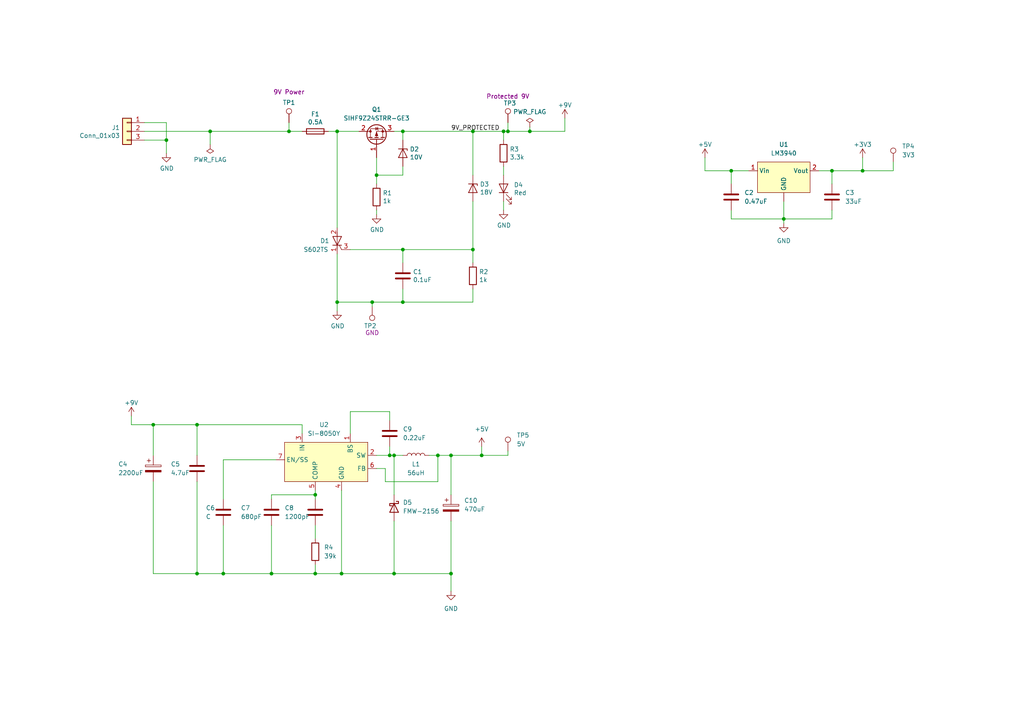
<source format=kicad_sch>
(kicad_sch (version 20211123) (generator eeschema)
  (paper "A4")
  (title_block (title "Power") (date "2023-02-15") (rev "1.0") (company "ECE 445") (comment 1 "Jeric Cuasay, Emily Grob, Rahul Kajjam"))
  (lib_symbols
    (symbol "Backpack_buddy_libraries:LM3940"
      (property "Reference" "U" (at 0 2.54 0))
      (property "Value" "LM3940" (at 0 0 0))
      (symbol "LM3940_0_1"
        (rectangle (start -7.62 -1.27) (end 7.62 -10.16) (fill (type background)))
      )
      (symbol "LM3940_1_1"
        (pin power_out line (at 0 -12.7 90) (length 2.54) (name "GND") (number ""))
        (pin power_in line (at -10.16 -3.81 0) (length 2.54) (name "Vin") (number "1"))
        (pin power_out line (at 10.16 -3.81 180) (length 2.54) (name "Vout") (number "2"))
      )
    )
    (symbol "Backpack_buddy_libraries:SI-8050Y"
      (property "Reference" "U" (at 0 2.54 0))
      (property "Value" "SI-8050Y" (at 0 0 0))
      (symbol "SI-8050Y_0_1"
        (rectangle (start -11.43 -3.81) (end 12.7 -15.24) (fill (type background)))
      )
      (symbol "SI-8050Y_1_1"
        (pin output line (at 7.62 -1.27 270) (length 2.54) (name "BS") (number "1"))
        (pin output line (at 15.24 -7.62 180) (length 2.54) (name "SW") (number "2"))
        (pin power_in line (at -6.35 -1.27 270) (length 2.54) (name "IN") (number "3"))
        (pin output line (at 5.08 -17.78 90) (length 2.54) (name "GND") (number "4"))
        (pin output line (at -2.54 -17.78 90) (length 2.54) (name "COMP") (number "5"))
        (pin output line (at 15.24 -11.43 180) (length 2.54) (name "FB") (number "6"))
        (pin passive line (at -13.97 -8.89 0) (length 2.54) (name "EN/SS") (number "7"))
      )
    )
    (symbol "Connector:TestPoint" (pin_numbers hide) (pin_names (offset 0.762) hide)
      (property "Reference" "TP" (at 0 6.858 0))
      (property "Value" "TestPoint" (at 0 5.08 0))
      (symbol "TestPoint_0_1"
        (circle (center 0 3.302) (radius 0.762))
      )
      (symbol "TestPoint_1_1"
        (pin passive line (at 0 0 90) (length 2.54) (name "1") (number "1"))
      )
    )
    (symbol "Connector_Generic:Conn_01x03" (pin_names (offset 1.016) hide)
      (property "Reference" "J" (at 0 5.08 0))
      (property "Value" "Conn_01x03" (at 0 -5.08 0))
      (symbol "Conn_01x03_1_1"
        (rectangle (start -1.27 -2.413) (end 0 -2.667) (stroke (width 0.1524)))
        (rectangle (start -1.27 0.127) (end 0 -0.127) (stroke (width 0.1524)))
        (rectangle (start -1.27 2.667) (end 0 2.413) (stroke (width 0.1524)))
        (rectangle (start -1.27 3.81) (end 1.27 -3.81) (stroke (width 0.254)) (fill (type background)))
        (pin passive line (at -5.08 2.54 0) (length 3.81) (name "Pin_1") (number "1"))
        (pin passive line (at -5.08 0 0) (length 3.81) (name "Pin_2") (number "2"))
        (pin passive line (at -5.08 -2.54 0) (length 3.81) (name "Pin_3") (number "3"))
      )
    )
    (symbol "Device:C" (pin_numbers hide) (pin_names (offset 0.254))
      (property "Reference" "C" (at 0.635 2.54 0))
      (property "Value" "C" (at 0.635 -2.54 0))
      (symbol "C_0_1"
        (polyline (pts (xy -2.032 -0.762) (xy 2.032 -0.762)) (stroke (width 0.508)))
        (polyline (pts (xy -2.032 0.762) (xy 2.032 0.762)) (stroke (width 0.508)))
      )
      (symbol "C_1_1"
        (pin passive line (at 0 3.81 270) (length 2.794) (name "~") (number "1"))
        (pin passive line (at 0 -3.81 90) (length 2.794) (name "~") (number "2"))
      )
    )
    (symbol "Device:C_Polarized" (pin_numbers hide) (pin_names (offset 0.254))
      (property "Reference" "C" (at 0.635 2.54 0))
      (property "Value" "C_Polarized" (at 0.635 -2.54 0))
      (symbol "C_Polarized_0_1"
        (rectangle (start -2.286 0.508) (end 2.286 1.016))
        (polyline (pts (xy -1.778 2.286) (xy -0.762 2.286)))
        (polyline (pts (xy -1.27 2.794) (xy -1.27 1.778)))
        (rectangle (start 2.286 -0.508) (end -2.286 -1.016) (fill (type outline)))
      )
      (symbol "C_Polarized_1_1"
        (pin passive line (at 0 3.81 270) (length 2.794) (name "~") (number "1"))
        (pin passive line (at 0 -3.81 90) (length 2.794) (name "~") (number "2"))
      )
    )
    (symbol "Device:D_Schottky" (pin_numbers hide) (pin_names (offset 1.016) hide)
      (property "Reference" "D" (at 0 2.54 0))
      (property "Value" "D_Schottky" (at 0 -2.54 0))
      (symbol "D_Schottky_0_1"
        (polyline (pts (xy 1.27 0) (xy -1.27 0)))
        (polyline (pts (xy 1.27 1.27) (xy 1.27 -1.27) (xy -1.27 0) (xy 1.27 1.27)) (stroke (width 0.254)))
        (polyline (pts (xy -1.905 0.635) (xy -1.905 1.27) (xy -1.27 1.27) (xy -1.27 -1.27) (xy -0.635 -1.27) (xy -0.635 -0.635)) (stroke (width 0.254)))
      )
      (symbol "D_Schottky_1_1"
        (pin passive line (at -3.81 0 0) (length 2.54) (name "K") (number "1"))
        (pin passive line (at 3.81 0 180) (length 2.54) (name "A") (number "2"))
      )
    )
    (symbol "Device:L" (pin_numbers hide) (pin_names (offset 1.016) hide)
      (property "Reference" "L" (at -1.27 0 90))
      (property "Value" "L" (at 1.905 0 90))
      (symbol "L_0_1"
        (arc (start 0 -2.54) (mid 0.635 -1.905) (end 0 -1.27))
        (arc (start 0 -1.27) (mid 0.635 -0.635) (end 0 0))
        (arc (start 0 0) (mid 0.635 0.635) (end 0 1.27))
        (arc (start 0 1.27) (mid 0.635 1.905) (end 0 2.54))
      )
      (symbol "L_1_1"
        (pin passive line (at 0 3.81 270) (length 1.27) (name "1") (number "1"))
        (pin passive line (at 0 -3.81 90) (length 1.27) (name "2") (number "2"))
      )
    )
    (symbol "Device:R" (pin_numbers hide) (pin_names (offset 0))
      (property "Reference" "R" (at 2.032 0 90))
      (property "Value" "R" (at 0 0 90))
      (symbol "R_0_1"
        (rectangle (start -1.016 -2.54) (end 1.016 2.54) (stroke (width 0.254)))
      )
      (symbol "R_1_1"
        (pin passive line (at 0 3.81 270) (length 1.27) (name "~") (number "1"))
        (pin passive line (at 0 -3.81 90) (length 1.27) (name "~") (number "2"))
      )
    )
    (symbol "GND_1" (power) (pin_names (offset 0))
      (property "Value" "GND_1" (at 0 -3.81 0))
      (symbol "GND_1_0_1"
        (polyline (pts (xy 0 0) (xy 0 -1.27) (xy 1.27 -1.27) (xy 0 -2.54) (xy -1.27 -1.27) (xy 0 -1.27)))
      )
      (symbol "GND_1_1_1"
        (pin power_in line (at 0 0 270) (length 0) hide (name "GND") (number "1"))
      )
    )
    (symbol "GND_2" (power) (pin_names (offset 0))
      (property "Value" "GND_2" (at 0 -3.81 0))
      (symbol "GND_2_0_1"
        (polyline (pts (xy 0 0) (xy 0 -1.27) (xy 1.27 -1.27) (xy 0 -2.54) (xy -1.27 -1.27) (xy 0 -1.27)))
      )
      (symbol "GND_2_1_1"
        (pin power_in line (at 0 0 270) (length 0) hide (name "GND") (number "1"))
      )
    )
    (symbol "device:C" (pin_numbers hide) (pin_names (offset 0.254))
      (property "Reference" "C" (at 0.635 2.54 0))
      (property "Value" "C" (at 0.635 -2.54 0))
      (symbol "C_0_1"
        (polyline (pts (xy -2.032 -0.762) (xy 2.032 -0.762)) (stroke (width 0.508)))
        (polyline (pts (xy -2.032 0.762) (xy 2.032 0.762)) (stroke (width 0.508)))
      )
      (symbol "C_1_1"
        (pin passive line (at 0 3.81 270) (length 2.794) (name "~") (number "1"))
        (pin passive line (at 0 -3.81 90) (length 2.794) (name "~") (number "2"))
      )
    )
    (symbol "device:D_Zener" (pin_numbers hide) (pin_names (offset 1.016) hide)
      (property "Reference" "D" (at 0 2.54 0))
      (property "Value" "D_Zener" (at 0 -2.54 0))
      (symbol "D_Zener_0_1"
        (polyline (pts (xy 1.27 0) (xy -1.27 0)))
        (polyline (pts (xy -1.27 -1.27) (xy -1.27 1.27) (xy -0.762 1.27)) (stroke (width 0.2032)))
        (polyline (pts (xy 1.27 -1.27) (xy 1.27 1.27) (xy -1.27 0) (xy 1.27 -1.27)) (stroke (width 0.2032)))
      )
      (symbol "D_Zener_1_1"
        (pin passive line (at -3.81 0 0) (length 2.54) (name "K") (number "1"))
        (pin passive line (at 3.81 0 180) (length 2.54) (name "A") (number "2"))
      )
    )
    (symbol "device:Fuse" (pin_numbers hide) (pin_names (offset 0))
      (property "Reference" "F" (at 2.032 0 90))
      (property "Value" "Fuse" (at -1.905 0 90))
      (symbol "Fuse_0_1"
        (rectangle (start -0.762 -2.54) (end 0.762 2.54) (stroke (width 0.254)))
        (polyline (pts (xy 0 2.54) (xy 0 -2.54)))
      )
      (symbol "Fuse_1_1"
        (pin passive line (at 0 3.81 270) (length 1.27) (name "~") (number "1"))
        (pin passive line (at 0 -3.81 90) (length 1.27) (name "~") (number "2"))
      )
    )
    (symbol "device:LED" (pin_numbers hide) (pin_names (offset 1.016) hide)
      (property "Reference" "D" (at 0 2.54 0))
      (property "Value" "LED" (at 0 -2.54 0))
      (symbol "LED_0_1"
        (polyline (pts (xy -1.27 -1.27) (xy -1.27 1.27)) (stroke (width 0.2032)))
        (polyline (pts (xy -1.27 0) (xy 1.27 0)))
        (polyline (pts (xy 1.27 -1.27) (xy 1.27 1.27) (xy -1.27 0) (xy 1.27 -1.27)) (stroke (width 0.2032)))
        (polyline (pts (xy -3.048 -0.762) (xy -4.572 -2.286) (xy -3.81 -2.286) (xy -4.572 -2.286) (xy -4.572 -1.524)))
        (polyline (pts (xy -1.778 -0.762) (xy -3.302 -2.286) (xy -2.54 -2.286) (xy -3.302 -2.286) (xy -3.302 -1.524)))
      )
      (symbol "LED_1_1"
        (pin passive line (at -3.81 0 0) (length 2.54) (name "K") (number "1"))
        (pin passive line (at 3.81 0 180) (length 2.54) (name "A") (number "2"))
      )
    )
    (symbol "device:Q_PMOS_GDS" (pin_names (offset 0) hide)
      (property "Reference" "Q" (at 5.08 1.27 0))
      (property "Value" "Q_PMOS_GDS" (at 5.08 -1.27 0))
      (symbol "Q_PMOS_GDS_0_1"
        (polyline (pts (xy 0.0508 0) (xy 0.254 0)))
        (polyline (pts (xy 0.762 -1.778) (xy 2.54 -1.778)))
        (polyline (pts (xy 0.762 -1.27) (xy 0.762 -2.286)) (stroke (width 0.254)))
        (polyline (pts (xy 0.762 0) (xy 2.54 0)))
        (polyline (pts (xy 0.762 0.508) (xy 0.762 -0.508)) (stroke (width 0.254)))
        (polyline (pts (xy 0.762 1.778) (xy 2.54 1.778)))
        (polyline (pts (xy 0.762 2.286) (xy 0.762 1.27)) (stroke (width 0.254)))
        (polyline (pts (xy 2.54 -1.778) (xy 2.54 -2.54)))
        (polyline (pts (xy 2.54 -1.778) (xy 2.54 0)))
        (polyline (pts (xy 2.54 2.54) (xy 2.54 1.778)))
        (polyline (pts (xy 0.254 1.905) (xy 0.254 -1.905) (xy 0.254 -1.905)) (stroke (width 0.254)))
        (polyline (pts (xy 2.286 0) (xy 1.27 -0.381) (xy 1.27 0.381) (xy 2.286 0)) (fill (type outline)))
        (polyline (pts (xy 2.54 -1.778) (xy 3.302 -1.778) (xy 3.302 1.778) (xy 2.54 1.778)))
        (polyline (pts (xy 2.794 -0.508) (xy 2.921 -0.381) (xy 3.683 -0.381) (xy 3.81 -0.254)))
        (polyline (pts (xy 3.302 -0.381) (xy 2.921 0.254) (xy 3.683 0.254) (xy 3.302 -0.381)))
        (circle (center 1.651 0) (radius 2.8194) (stroke (width 0.254)))
        (circle (center 2.54 -1.778) (radius 0.2794) (fill (type outline)))
        (circle (center 2.54 1.778) (radius 0.2794) (fill (type outline)))
      )
      (symbol "Q_PMOS_GDS_1_1"
        (pin input line (at -5.08 0 0) (length 5.08) (name "G") (number "1"))
        (pin passive line (at 2.54 5.08 270) (length 2.54) (name "D") (number "2"))
        (pin passive line (at 2.54 -5.08 90) (length 2.54) (name "S") (number "3"))
      )
    )
    (symbol "device:Q_SCR_KAG" (pin_names (offset 0) hide)
      (property "Reference" "D" (at 1.905 0.635 0))
      (property "Value" "Q_SCR_KAG" (at 1.905 -1.27 0))
      (symbol "Q_SCR_KAG_0_1"
        (polyline (pts (xy -1.27 -2.54) (xy -0.635 -1.27)))
        (polyline (pts (xy -1.27 -1.27) (xy 1.27 -1.27)) (stroke (width 0.2032)))
        (polyline (pts (xy 0 -2.54) (xy 0 2.54)))
        (polyline (pts (xy -1.27 1.27) (xy 1.27 1.27) (xy 0 -1.27) (xy -1.27 1.27)) (stroke (width 0.2032)))
      )
      (symbol "Q_SCR_KAG_1_1"
        (pin passive line (at 0 -3.81 90) (length 2.54) (name "K") (number "1"))
        (pin passive line (at 0 3.81 270) (length 2.54) (name "A") (number "2"))
        (pin input line (at -3.81 -2.54 0) (length 2.54) (name "G") (number "3"))
      )
    )
    (symbol "device:R" (pin_numbers hide) (pin_names (offset 0))
      (property "Reference" "R" (at 2.032 0 90))
      (property "Value" "R" (at 0 0 90))
      (symbol "R_0_1"
        (rectangle (start -1.016 -2.54) (end 1.016 2.54) (stroke (width 0.254)))
      )
      (symbol "R_1_1"
        (pin passive line (at 0 3.81 270) (length 1.27) (name "~") (number "1"))
        (pin passive line (at 0 -3.81 90) (length 1.27) (name "~") (number "2"))
      )
    )
    (symbol "power:+3V3" (power) (pin_names (offset 0))
      (property "Value" "+3V3" (at 0 3.556 0))
      (symbol "+3V3_0_1"
        (polyline (pts (xy -0.762 1.27) (xy 0 2.54)))
        (polyline (pts (xy 0 0) (xy 0 2.54)))
        (polyline (pts (xy 0 2.54) (xy 0.762 1.27)))
      )
      (symbol "+3V3_1_1"
        (pin power_in line (at 0 0 90) (length 0) hide (name "+3V3") (number "1"))
      )
    )
    (symbol "power:+5V" (power) (pin_names (offset 0))
      (property "Value" "+5V" (at 0 3.556 0))
      (symbol "+5V_0_1"
        (polyline (pts (xy -0.762 1.27) (xy 0 2.54)))
        (polyline (pts (xy 0 0) (xy 0 2.54)))
        (polyline (pts (xy 0 2.54) (xy 0.762 1.27)))
      )
      (symbol "+5V_1_1"
        (pin power_in line (at 0 0 90) (length 0) hide (name "+5V") (number "1"))
      )
    )
    (symbol "power:+9V" (power) (pin_names (offset 0))
      (property "Value" "+9V" (at 0 3.556 0))
      (symbol "+9V_0_1"
        (polyline (pts (xy -0.762 1.27) (xy 0 2.54)))
        (polyline (pts (xy 0 0) (xy 0 2.54)))
        (polyline (pts (xy 0 2.54) (xy 0.762 1.27)))
      )
      (symbol "+9V_1_1"
        (pin power_in line (at 0 0 90) (length 0) hide (name "+9V") (number "1"))
      )
    )
    (symbol "power:GND" (power) (pin_names (offset 0))
      (property "Value" "GND" (at 0 -3.81 0))
      (symbol "GND_0_1"
        (polyline (pts (xy 0 0) (xy 0 -1.27) (xy 1.27 -1.27) (xy 0 -2.54) (xy -1.27 -1.27) (xy 0 -1.27)))
      )
      (symbol "GND_1_1"
        (pin power_in line (at 0 0 270) (length 0) hide (name "GND") (number "1"))
      )
    )
    (symbol "power:PWR_FLAG" (power) (pin_numbers hide) (pin_names (offset 0) hide)
      (property "Value" "PWR_FLAG" (at 0 3.81 0))
      (symbol "PWR_FLAG_0_0"
        (pin power_out line (at 0 0 90) (length 0) (name "pwr") (number "1"))
      )
      (symbol "PWR_FLAG_0_1"
        (polyline (pts (xy 0 0) (xy 0 1.27) (xy -1.016 1.905) (xy 0 2.54) (xy 1.016 1.905) (xy 0 1.27)))
      )
    )
  )
  (junction (at 83.82 38.1))
  (junction (at 250.19 49.53))
  (junction (at 57.15 166.37))
  (junction (at 99.06 166.37))
  (junction (at 113.03 132.08))
  (junction (at 241.3 49.53))
  (junction (at 139.7 132.08))
  (junction (at 78.74 166.37))
  (junction (at 127 132.08))
  (junction (at 44.45 123.19))
  (junction (at 116.84 72.39))
  (junction (at 227.33 63.5))
  (junction (at 137.16 72.39))
  (junction (at 147.32 38.1))
  (junction (at 146.05 38.1))
  (junction (at 130.81 166.37))
  (junction (at 60.96 38.1))
  (junction (at 116.84 87.63))
  (junction (at 212.09 49.53))
  (junction (at 107.95 87.63))
  (junction (at 153.67 38.1))
  (junction (at 114.3 132.08))
  (junction (at 137.16 38.1))
  (junction (at 109.22 50.8))
  (junction (at 57.15 123.19))
  (junction (at 91.44 166.37))
  (junction (at 97.79 38.1))
  (junction (at 114.3 166.37))
  (junction (at 97.79 87.63))
  (junction (at 48.26 40.64))
  (junction (at 64.77 166.37))
  (junction (at 116.84 38.1))
  (junction (at 91.44 143.51))
  (junction (at 130.81 132.08))
  (wire (pts (xy 114.3 166.37) (xy 114.3 151.13)))
  (wire (pts (xy 116.84 76.2) (xy 116.84 72.39)))
  (wire (pts (xy 147.32 130.81) (xy 147.32 132.08)))
  (wire (pts (xy 91.44 142.24) (xy 91.44 143.51)))
  (wire (pts (xy 130.81 166.37) (xy 130.81 171.45)))
  (wire (pts (xy 109.22 62.23) (xy 109.22 60.96)))
  (wire (pts (xy 44.45 166.37) (xy 57.15 166.37)))
  (wire (pts (xy 163.83 38.1) (xy 163.83 34.29)))
  (wire (pts (xy 95.25 38.1) (xy 97.79 38.1)))
  (wire (pts (xy 101.6 119.38) (xy 113.03 119.38)))
  (wire (pts (xy 109.22 132.08) (xy 113.03 132.08)))
  (wire (pts (xy 99.06 142.24) (xy 99.06 166.37)))
  (wire (pts (xy 241.3 63.5) (xy 241.3 60.96)))
  (wire (pts (xy 153.67 38.1) (xy 163.83 38.1)))
  (wire (pts (xy 109.22 50.8) (xy 109.22 53.34)))
  (wire (pts (xy 114.3 132.08) (xy 114.3 143.51)))
  (wire (pts (xy 137.16 38.1) (xy 146.05 38.1)))
  (wire (pts (xy 116.84 72.39) (xy 137.16 72.39)))
  (wire (pts (xy 91.44 163.83) (xy 91.44 166.37)))
  (wire (pts (xy 64.77 166.37) (xy 78.74 166.37)))
  (wire (pts (xy 127 139.7) (xy 127 132.08)))
  (wire (pts (xy 147.32 38.1) (xy 153.67 38.1)))
  (wire (pts (xy 44.45 139.7) (xy 44.45 166.37)))
  (wire (pts (xy 116.84 87.63) (xy 137.16 87.63)))
  (wire (pts (xy 57.15 123.19) (xy 57.15 132.08)))
  (wire (pts (xy 83.82 35.56) (xy 83.82 38.1)))
  (wire (pts (xy 212.09 63.5) (xy 227.33 63.5)))
  (wire (pts (xy 64.77 144.78) (xy 64.77 133.35)))
  (wire (pts (xy 60.96 38.1) (xy 60.96 41.91)))
  (wire (pts (xy 41.91 35.56) (xy 48.26 35.56)))
  (wire (pts (xy 137.16 38.1) (xy 137.16 50.8)))
  (wire (pts (xy 237.49 49.53) (xy 241.3 49.53)))
  (wire (pts (xy 109.22 50.8) (xy 116.84 50.8)))
  (wire (pts (xy 130.81 166.37) (xy 114.3 166.37)))
  (wire (pts (xy 212.09 60.96) (xy 212.09 63.5)))
  (wire (pts (xy 137.16 72.39) (xy 137.16 76.2)))
  (wire (pts (xy 57.15 166.37) (xy 64.77 166.37)))
  (wire (pts (xy 116.84 83.82) (xy 116.84 87.63)))
  (wire (pts (xy 114.3 38.1) (xy 116.84 38.1)))
  (wire (pts (xy 109.22 135.89) (xy 111.76 135.89)))
  (wire (pts (xy 48.26 40.64) (xy 48.26 44.45)))
  (wire (pts (xy 137.16 83.82) (xy 137.16 87.63)))
  (wire (pts (xy 113.03 132.08) (xy 114.3 132.08)))
  (wire (pts (xy 116.84 48.26) (xy 116.84 50.8)))
  (wire (pts (xy 146.05 58.42) (xy 146.05 60.96)))
  (wire (pts (xy 147.32 35.56) (xy 147.32 38.1)))
  (wire (pts (xy 78.74 143.51) (xy 78.74 144.78)))
  (wire (pts (xy 250.19 49.53) (xy 250.19 45.72)))
  (wire (pts (xy 259.08 49.53) (xy 259.08 46.99)))
  (wire (pts (xy 41.91 40.64) (xy 48.26 40.64)))
  (wire (pts (xy 64.77 133.35) (xy 80.01 133.35)))
  (wire (pts (xy 124.46 132.08) (xy 127 132.08)))
  (wire (pts (xy 137.16 38.1) (xy 116.84 38.1)))
  (wire (pts (xy 153.67 36.83) (xy 153.67 38.1)))
  (wire (pts (xy 97.79 73.66) (xy 97.79 87.63)))
  (wire (pts (xy 78.74 143.51) (xy 91.44 143.51)))
  (wire (pts (xy 97.79 38.1) (xy 104.14 38.1)))
  (wire (pts (xy 146.05 38.1) (xy 147.32 38.1)))
  (wire (pts (xy 147.32 132.08) (xy 139.7 132.08)))
  (wire (pts (xy 212.09 49.53) (xy 204.47 49.53)))
  (wire (pts (xy 101.6 125.73) (xy 101.6 119.38)))
  (wire (pts (xy 111.76 139.7) (xy 127 139.7)))
  (wire (pts (xy 146.05 38.1) (xy 146.05 40.64)))
  (wire (pts (xy 44.45 123.19) (xy 38.1 123.19)))
  (wire (pts (xy 114.3 132.08) (xy 116.84 132.08)))
  (wire (pts (xy 64.77 166.37) (xy 64.77 152.4)))
  (wire (pts (xy 78.74 152.4) (xy 78.74 166.37)))
  (wire (pts (xy 227.33 63.5) (xy 241.3 63.5)))
  (wire (pts (xy 241.3 49.53) (xy 250.19 49.53)))
  (wire (pts (xy 109.22 45.72) (xy 109.22 50.8)))
  (wire (pts (xy 44.45 123.19) (xy 57.15 123.19)))
  (wire (pts (xy 83.82 38.1) (xy 87.63 38.1)))
  (wire (pts (xy 78.74 166.37) (xy 91.44 166.37)))
  (wire (pts (xy 99.06 166.37) (xy 114.3 166.37)))
  (wire (pts (xy 60.96 38.1) (xy 83.82 38.1)))
  (wire (pts (xy 204.47 45.72) (xy 204.47 49.53)))
  (wire (pts (xy 212.09 49.53) (xy 212.09 53.34)))
  (wire (pts (xy 48.26 35.56) (xy 48.26 40.64)))
  (wire (pts (xy 227.33 63.5) (xy 227.33 64.77)))
  (wire (pts (xy 44.45 123.19) (xy 44.45 132.08)))
  (wire (pts (xy 217.17 49.53) (xy 212.09 49.53)))
  (wire (pts (xy 91.44 152.4) (xy 91.44 156.21)))
  (wire (pts (xy 130.81 132.08) (xy 139.7 132.08)))
  (wire (pts (xy 116.84 38.1) (xy 116.84 40.64)))
  (wire (pts (xy 87.63 125.73) (xy 87.63 123.19)))
  (wire (pts (xy 130.81 151.13) (xy 130.81 166.37)))
  (wire (pts (xy 97.79 87.63) (xy 97.79 90.17)))
  (wire (pts (xy 41.91 38.1) (xy 60.96 38.1)))
  (wire (pts (xy 57.15 123.19) (xy 87.63 123.19)))
  (wire (pts (xy 38.1 123.19) (xy 38.1 120.65)))
  (wire (pts (xy 97.79 66.04) (xy 97.79 38.1)))
  (wire (pts (xy 241.3 53.34) (xy 241.3 49.53)))
  (wire (pts (xy 146.05 48.26) (xy 146.05 50.8)))
  (wire (pts (xy 91.44 143.51) (xy 91.44 144.78)))
  (wire (pts (xy 107.95 87.63) (xy 116.84 87.63)))
  (wire (pts (xy 127 132.08) (xy 130.81 132.08)))
  (wire (pts (xy 227.33 58.42) (xy 227.33 63.5)))
  (wire (pts (xy 139.7 132.08) (xy 139.7 129.54)))
  (wire (pts (xy 130.81 132.08) (xy 130.81 143.51)))
  (wire (pts (xy 97.79 87.63) (xy 107.95 87.63)))
  (wire (pts (xy 116.84 72.39) (xy 101.6 72.39)))
  (wire (pts (xy 57.15 139.7) (xy 57.15 166.37)))
  (wire (pts (xy 250.19 49.53) (xy 259.08 49.53)))
  (wire (pts (xy 111.76 135.89) (xy 111.76 139.7)))
  (wire (pts (xy 91.44 166.37) (xy 99.06 166.37)))
  (wire (pts (xy 107.95 88.9) (xy 107.95 87.63)))
  (wire (pts (xy 113.03 119.38) (xy 113.03 121.92)))
  (wire (pts (xy 137.16 58.42) (xy 137.16 72.39)))
  (wire (pts (xy 113.03 129.54) (xy 113.03 132.08)))
  (label "9V_PROTECTED" (at 130.81 38.1 0))
  (symbol (lib_id "Connector_Generic:Conn_01x03") (at 36.83 38.1 0) (mirror y) (unit 1)
    (property "Reference" "J1" (at 34.798 37.0332 0) (effects (justify left)))
    (property "Value" "Conn_01x03" (at 34.798 39.3446 0) (effects (justify left)))
    (property "Footprint" "Connector_Molex:Molex_KK-254_AE-6410-03A_1x03_P2.54mm_Vertical" (effects hide))
    (property "Datasheet" "https://www.molex.com/pdm_docs/sd/050361696_sd.pdf" (effects hide))
    (property "Note" "Battery Input" (effects hide))
    (property "MPN" "0022232031" (effects hide))
    (property "Stock" "https://www.digikey.com/en/products/detail/molex/0022232031/26669" (effects hide))
  )
  (symbol (lib_id "device:R") (at 109.22 57.15 180) (unit 1)
    (property "Reference" "R1" (at 110.998 55.9816 0) (effects (justify right)))
    (property "Value" "1k" (at 110.998 58.293 0) (effects (justify right)))
    (property "Footprint" "Resistor_SMD:R_0603_1608Metric_Pad1.05x0.95mm_HandSolder" (effects hide))
    (property "MPN" "RES SMD 1K OHM 1% 1/8W 0603" (effects hide))
    (property "Stock" "https://www.digikey.com/en/products/detail/stackpole-electronics-inc/RNCP0603FTD1K00/2240106" (effects hide))
  )
  (symbol (lib_id "Device:R") (at 91.44 160.02 0) (unit 1)
    (property "Reference" "R4" (at 93.98 158.7499 0) (effects (justify left)))
    (property "Value" "39k" (at 93.98 161.2899 0) (effects (justify left)))
    (property "Footprint" "Resistor_SMD:R_0603_1608Metric_Pad1.05x0.95mm_HandSolder" (effects hide))
    (property "MPN" "RES SMD 39K OHM 1% 1/10W 0603" (effects hide))
    (property "Stock" "https://www.digikey.com/en/products/detail/yageo/AC0603FR-0739KL/5896077" (effects hide))
  )
  (symbol (lib_id "Device:C_Polarized") (at 130.81 147.32 0) (unit 1)
    (property "Reference" "C10" (at 134.62 145.1609 0) (effects (justify left)))
    (property "Value" "470uF" (at 134.62 147.7009 0) (effects (justify left)))
    (property "Footprint" "Capacitor_THT:CP_Radial_D8.0mm_P3.50mm" (effects hide))
    (property "Datasheet" "https://www.we-online.com/components/products/datasheet/860010474013.pdf" (effects hide))
    (property "MPN" "CAP ALUM 470UF 20% 25V RADIAL" (effects hide))
    (property "Stock" "https://www.digikey.com/en/products/detail/w%C3%BCrth-elektronik/860010474013/5728592?utm_adgroup=Capacitors&utm_source=google&utm_medium=cpc&utm_campaign=Shopping_Supplier_W%C3%BCrth%20Elektronik_8082_Co-op&utm_term=&utm_content=Capacitors" (effects hide))
  )
  (symbol (lib_id "power:GND") (at 48.26 44.45 0) (unit 1)
    (property "Reference" "#PWR01" (effects hide))
    (property "Value" "GND" (at 48.387 48.8442 0))
  )
  (symbol (lib_name "GND_2") (lib_id "power:GND") (at 130.81 171.45 0) (unit 1)
    (property "Reference" "#PWR010" (effects hide))
    (property "Value" "GND" (at 130.81 176.53 0))
  )
  (symbol (lib_id "Device:D_Schottky") (at 114.3 147.32 270) (unit 1)
    (property "Reference" "D5" (at 116.84 145.7324 90) (effects (justify left)))
    (property "Value" "FMW-2156" (at 116.84 148.2724 90) (effects (justify left)))
    (property "Footprint" "Package_TO_SOT_THT:TO-220-3_Vertical" (effects hide))
    (property "Datasheet" "https://www.semicon.sanken-ele.co.jp/sk_content/fmw-2156_ds_en.pdf" (effects hide))
    (property "Note" "Low stock!" (effects hide))
    (property "MPN" "FMW-2156" (effects hide))
    (property "Stock" "https://www.digikey.com/en/products/detail/sanken/FMW-2156/4289279" (effects hide))
  )
  (symbol (lib_id "device:D_Zener") (at 116.84 44.45 270) (unit 1)
    (property "Reference" "D2" (at 118.8466 43.2816 90) (effects (justify left)))
    (property "Value" "10V" (at 118.8466 45.593 90) (effects (justify left)))
    (property "Footprint" "Diode_SMD:D_SOD-123F" (effects hide))
    (property "Datasheet" "https://assets.nexperia.com/documents/data-sheet/NZH_SER.pdf" (effects hide))
    (property "MPN" "NZH10C" (effects hide))
    (property "Stock" "https://www.digikey.com/en/products/detail/nexperia-usa-inc/NZH10C-115/2296361?utm_adgroup=Semiconductor%20Modules&utm_source=google&utm_medium=cpc&utm_campaign=Dynamic%20Search_EN_Product&utm_term=&utm_content=Semiconductor%20Modules" (effects hide))
  )
  (symbol (lib_id "Backpack_buddy_libraries:SI-8050Y") (at 93.98 124.46 0) (unit 1)
    (property "Reference" "U2" (at 93.98 123.19 0))
    (property "Value" "SI-8050Y" (at 93.98 125.73 0))
    (property "Footprint" "Package_TO_SOT_THT:TO-220F-7_P2.54x3.7mm_StaggerEven_Lead3.5mm_Vertical" (effects hide))
    (property "Datasheet" "https://www.semicon.sanken-ele.co.jp/sk_content/si-8010y_ds_en.pdf" (effects hide))
    (property "Stock" "Ordered!" (effects hide))
    (property "MPN" "SI-8050Y" (effects hide))
  )
  (symbol (lib_id "power:GND") (at 97.79 90.17 0) (unit 1)
    (property "Reference" "#PWR02" (effects hide))
    (property "Value" "GND" (at 97.917 94.5642 0))
  )
  (symbol (lib_id "Device:C") (at 91.44 148.59 0) (unit 1)
    (property "Reference" "C8" (at 82.55 147.32 0) (effects (justify left)))
    (property "Value" "1200pF" (at 82.55 149.86 0) (effects (justify left)))
    (property "Footprint" "Capacitor_SMD:C_0603_1608Metric_Pad1.05x0.95mm_HandSolder" (effects hide))
    (property "MPN" "CAP CER 1200PF 50V NP0 0805" (effects hide))
    (property "Stock" "https://www.digikey.com/en/products/detail/kyocera-avx/08055A122GAT2A/6797399?utm_adgroup=Capacitors&utm_source=google&utm_medium=cpc&utm_campaign=Shopping_Supplier_AVX%20Corporation&utm_term=&utm_content=Capacitors" (effects hide))
  )
  (symbol (lib_id "Device:C") (at 241.3 57.15 0) (unit 1)
    (property "Reference" "C3" (at 245.11 55.8799 0) (effects (justify left)))
    (property "Value" "33uF" (at 245.11 58.4199 0) (effects (justify left)))
    (property "Footprint" "Capacitor_SMD:C_1206_3216Metric_Pad1.33x1.80mm_HandSolder" (effects hide))
    (property "MPN" "CAP CER 33UF 25V X5R 1206" (effects hide))
    (property "Stock" "https://www.digikey.com/en/products/detail/tdk-corporation/C3216X5R1E336M160AC/2792259" (effects hide))
  )
  (symbol (lib_id "Device:C") (at 57.15 135.89 0) (unit 1)
    (property "Reference" "C5" (at 49.53 134.62 0) (effects (justify left)))
    (property "Value" "4.7uF" (at 49.53 137.16 0) (effects (justify left)))
    (property "Footprint" "Capacitor_SMD:C_0805_2012Metric_Pad1.18x1.45mm_HandSolder" (effects hide))
    (property "Stock" "https://www.digikey.com/en/products/detail/samsung-electro-mechanics/CL21A475KBQNNNE/3886906" (effects hide))
    (property "MPN" "CAP CER 4.7UF 50V X5R 0805" (effects hide))
  )
  (symbol (lib_id "power:GND") (at 109.22 62.23 0) (unit 1)
    (property "Reference" "#PWR03" (effects hide))
    (property "Value" "GND" (at 109.347 66.6242 0))
  )
  (symbol (lib_name "GND_1") (lib_id "power:GND") (at 227.33 64.77 0) (unit 1)
    (property "Reference" "#PWR07" (effects hide))
    (property "Value" "GND" (at 227.33 69.85 0))
  )
  (symbol (lib_id "power:GND") (at 146.05 60.96 0) (unit 1)
    (property "Reference" "#PWR04" (effects hide))
    (property "Value" "GND" (at 146.177 65.3542 0))
  )
  (symbol (lib_id "device:Fuse") (at 91.44 38.1 90) (unit 1)
    (property "Reference" "F1" (at 91.44 33.0962 90))
    (property "Value" "0.5A" (at 91.44 35.4076 90))
    (property "Footprint" "Fuse:Fuse_0603_1608Metric_Pad1.05x0.95mm_HandSolder" (effects hide))
    (property "Datasheet" "https://datasheet.octopart.com/ERB-RE0R50V-Panasonic-datasheet-11844109.pdf" (effects hide))
    (property "MPN" "ERB-RE0R50V" (effects hide))
    (property "Stock" "https://www.digikey.com/en/products/detail/panasonic-electronic-components/ERB-RE0R50V/2796788?utm_adgroup=Circuit%20Protection&utm_source=google&utm_medium=cpc&utm_campaign=Dynamic%20Search_EN_Product&utm_term=&utm_content=Circuit%20Protection" (effects hide))
  )
  (symbol (lib_id "Device:C_Polarized") (at 44.45 135.89 0) (unit 1)
    (property "Reference" "C4" (at 34.29 134.62 0) (effects (justify left)))
    (property "Value" "2200uF" (at 34.29 137.16 0) (effects (justify left)))
    (property "Footprint" "Capacitor_THT:CP_Radial_D16.0mm_P7.50mm" (effects hide))
    (property "Datasheet" "https://www.nichicon.co.jp/english/products/pdfs/e-uvz.pdf" (effects hide))
    (property "MPN" "CAP ALUM 2200UF 20% 50V RADIAL" (effects hide))
    (property "Stock" "https://www.digikey.com/en/products/detail/nichicon/UVZ1H222MHD/589087" (effects hide))
  )
  (symbol (lib_id "Connector:TestPoint") (at 107.95 88.9 180) (unit 1)
    (property "Reference" "TP2" (at 109.22 95.25 0) (effects (justify left top)))
    (property "Value" "GND" (effects hide))
    (property "Footprint" "TestPoint:TestPoint_THTPad_D1.0mm_Drill0.5mm" (effects hide))
    (property "Note" "GND" (at 107.95 96.52 0))
  )
  (symbol (lib_id "device:LED") (at 146.05 54.61 90) (unit 1)
    (property "Reference" "D4" (at 149.0218 53.6194 90) (effects (justify right)))
    (property "Value" "Red" (at 149.0218 55.9308 90) (effects (justify right)))
    (property "Footprint" "LED_SMD:LED_0603_1608Metric_Pad1.05x0.95mm_HandSolder" (effects hide))
    (property "MPN" "LED RED 0603 SMD" (effects hide))
    (property "Stock" "https://www.digikey.com/en/products/detail/rohm-semiconductor/SML-D12U8WT86/1641812?utm_adgroup=Optoelectronics&utm_source=google&utm_medium=cpc&utm_campaign=Shopping_Supplier_Rohm%20Semiconductor_0846_Co-op&utm_term=&utm_content=Optoelectronics" (effects hide))
  )
  (symbol (lib_id "Connector:TestPoint") (at 147.32 35.56 0) (unit 1)
    (property "Reference" "TP3" (at 146.05 29.21 0) (effects (justify left top)))
    (property "Value" "Protected 9V" (effects hide))
    (property "Footprint" "TestPoint:TestPoint_THTPad_D1.0mm_Drill0.5mm" (effects hide))
    (property "Note" "Protected 9V" (at 147.32 27.94 0))
  )
  (symbol (lib_id "Device:C") (at 78.74 148.59 0) (unit 1)
    (property "Reference" "C7" (at 69.85 147.32 0) (effects (justify left)))
    (property "Value" "680pF" (at 69.85 149.86 0) (effects (justify left)))
    (property "Footprint" "Capacitor_SMD:C_0805_2012Metric_Pad1.18x1.45mm_HandSolder" (effects hide))
    (property "MPN" "CAP CER 680PF 200V X7R 0805" (effects hide))
    (property "Stock" "https://www.digikey.com/en/products/detail/kyocera-avx/08052C681JAT2A/6797364?utm_adgroup=Capacitors&utm_source=google&utm_medium=cpc&utm_campaign=Shopping_Supplier_AVX%20Corporation&utm_term=&utm_content=Capacitors" (effects hide))
  )
  (symbol (lib_id "power:+9V") (at 38.1 120.65 0) (unit 1)
    (property "Reference" "#PWR05" (effects hide))
    (property "Value" "+9V" (at 38.1 116.84 0))
  )
  (symbol (lib_id "Device:C") (at 212.09 57.15 0) (unit 1)
    (property "Reference" "C2" (at 215.9 55.8799 0) (effects (justify left)))
    (property "Value" "0.47uF" (at 215.9 58.4199 0) (effects (justify left)))
    (property "Footprint" "Capacitor_SMD:C_0603_1608Metric_Pad1.05x0.95mm_HandSolder" (effects hide))
    (property "MPN" "CAP CER 0.47UF 16V X7R 0603" (effects hide))
    (property "Stock" "https://www.digikey.com/en/products/detail/kemet/C0603X474J4RACAUTO/9925099?utm_adgroup=Ceramic%20Capacitors&utm_source=google&utm_medium=cpc&utm_campaign=Shopping_Product_Capacitors_NEW&utm_term=&utm_content=Ceramic%20Capacitors" (effects hide))
  )
  (symbol (lib_id "device:Q_PMOS_GDS") (at 109.22 40.64 90) (unit 1)
    (property "Reference" "Q1" (at 109.22 31.75 90))
    (property "Value" "SIHF9Z24STRR-GE3" (at 109.22 34.29 90))
    (property "Footprint" "Package_TO_SOT_SMD:TO-263-2" (effects hide))
    (property "Datasheet" "https://www.vishay.com/docs/91091/sihf9z24.pdf" (effects hide))
    (property "MPN" "SIHF9Z24STRR-GE3" (effects hide))
    (property "Stock" "https://www.digikey.com/en/products/detail/vishay-siliconix/SIHF9Z24STRR-GE3/16397496" (effects hide))
    (property "Note" "Substituted from original" (effects hide))
  )
  (symbol (lib_id "power:+5V") (at 139.7 129.54 0) (unit 1)
    (property "Reference" "#PWR011" (effects hide))
    (property "Value" "+5V" (at 139.7 124.46 0))
  )
  (symbol (lib_id "Device:C") (at 113.03 125.73 0) (unit 1)
    (property "Reference" "C9" (at 116.84 124.4599 0) (effects (justify left)))
    (property "Value" "0.22uF" (at 116.84 126.9999 0) (effects (justify left)))
    (property "Footprint" "Capacitor_SMD:C_0603_1608Metric_Pad1.05x0.95mm_HandSolder" (effects hide))
    (property "MPN" "CAP CER 0.22UF 50V X7R 0603" (effects hide))
    (property "Stock" "https://www.digikey.com/en/products/detail/tdk-corporation/C1608X7R1H224K080AB/2732843" (effects hide))
  )
  (symbol (lib_id "power:+3V3") (at 250.19 45.72 0) (unit 1)
    (property "Reference" "#PWR08" (effects hide))
    (property "Value" "+3V3" (at 250.19 41.91 0))
  )
  (symbol (lib_id "device:R") (at 137.16 80.01 180) (unit 1)
    (property "Reference" "R2" (at 138.938 78.8416 0) (effects (justify right)))
    (property "Value" "1k" (at 138.938 81.153 0) (effects (justify right)))
    (property "Footprint" "Resistor_SMD:R_0603_1608Metric_Pad1.05x0.95mm_HandSolder" (effects hide))
    (property "MPN" "RES SMD 1K OHM 1% 1/8W 0603" (effects hide))
    (property "Stock" "https://www.digikey.com/en/products/detail/stackpole-electronics-inc/RNCP0603FTD1K00/2240106" (effects hide))
  )
  (symbol (lib_id "Device:C") (at 64.77 148.59 0) (unit 1)
    (property "Reference" "C6" (at 59.69 147.32 0) (effects (justify left)))
    (property "Value" "C" (at 59.69 149.86 0) (effects (justify left)))
  )
  (symbol (lib_id "Backpack_buddy_libraries:LM3940") (at 227.33 45.72 0) (unit 1)
    (property "Reference" "U1" (at 227.33 41.91 0))
    (property "Value" "LM3940" (at 227.33 44.45 0))
    (property "Footprint" "Package_TO_SOT_SMD:SOT-223" (effects hide))
    (property "Datasheet" "https://www.ti.com/lit/ds/symlink/lm3940.pdf?HQS=dis-dk-null-digikeymode-dsf-pf-null-wwe&ts=1676759070206&ref_url=https%253A%252F%252Fwww.ti.com%252Fgeneral%252Fdocs%252Fsuppproductinfo.tsp%253FdistId%253D10%2526gotoUrl%253Dhttps%253A%252F%252Fwww.ti.com%252Flit%252Fgpn%252Flm3940" (effects hide))
    (property "Stock" "Ordered!" (effects hide))
    (property "MPN" "LM3940" (effects hide))
  )
  (symbol (lib_id "Connector:TestPoint") (at 83.82 35.56 0) (unit 1)
    (property "Reference" "TP1" (at 83.82 30.48 0) (effects (justify bottom)))
    (property "Value" "12V Unprotected" (effects hide))
    (property "Footprint" "TestPoint:TestPoint_THTPad_D1.0mm_Drill0.5mm" (effects hide))
    (property "Note" "9V Power" (at 83.82 26.67 0))
  )
  (symbol (lib_id "power:+9V") (at 163.83 34.29 0) (unit 1)
    (property "Reference" "#PWR09" (effects hide))
    (property "Value" "+9V" (at 163.83 30.48 0))
  )
  (symbol (lib_id "Device:L") (at 120.65 132.08 90) (unit 1)
    (property "Reference" "L1" (at 120.65 134.62 90))
    (property "Value" "56uH" (at 120.65 137.16 90))
  )
  (symbol (lib_id "device:D_Zener") (at 137.16 54.61 270) (unit 1)
    (property "Reference" "D3" (at 139.1666 53.4416 90) (effects (justify left)))
    (property "Value" "18V" (at 139.1666 55.753 90) (effects (justify left)))
    (property "Footprint" "Diode_SMD:D_SOD-123F" (effects hide))
    (property "Datasheet" "https://assets.nexperia.com/documents/data-sheet/NZH_SER.pdf" (effects hide))
    (property "MPN" "NZH18C" (effects hide))
    (property "Stock" "https://www.digikey.com/en/products/detail/nexperia-usa-inc/NZH18C-115/2296367" (effects hide))
  )
  (symbol (lib_id "power:PWR_FLAG") (at 60.96 41.91 180) (unit 1)
    (property "Reference" "#FLG01" (effects hide))
    (property "Value" "PWR_FLAG" (at 60.96 46.3042 0))
  )
  (symbol (lib_id "device:R") (at 146.05 44.45 0) (unit 1)
    (property "Reference" "R3" (at 147.828 43.2816 0) (effects (justify left)))
    (property "Value" "3.3k" (at 147.828 45.593 0) (effects (justify left)))
    (property "Footprint" "Resistor_SMD:R_0603_1608Metric_Pad1.05x0.95mm_HandSolder" (effects hide))
    (property "MPN" "RES SMD 3.3K OHM 5% 1/10W 0603" (effects hide))
    (property "Stock" "https://www.digikey.com/en/products/detail/yageo/RC0603JR-133K3L/14287772?utm_adgroup=Chip%20Resistor%20-%20Surface%20Mount&utm_source=google&utm_medium=cpc&utm_campaign=Shopping_Product_Resistors_NEW&utm_term=&utm_content=Chip%20Resistor%20-%20Surface%20Mount" (effects hide))
  )
  (symbol (lib_id "power:PWR_FLAG") (at 153.67 36.83 0) (unit 1)
    (property "Reference" "#FLG02" (effects hide))
    (property "Value" "PWR_FLAG" (at 153.67 32.4358 0))
  )
  (symbol (lib_id "device:C") (at 116.84 80.01 180) (unit 1)
    (property "Reference" "C1" (at 119.761 78.8416 0) (effects (justify right)))
    (property "Value" "0.1uF" (at 119.761 81.153 0) (effects (justify right)))
    (property "Footprint" "Capacitor_SMD:C_0603_1608Metric_Pad1.05x0.95mm_HandSolder" (effects hide))
    (property "MPN" "CAP CER 0.1UF 50V X7R 0603" (effects hide))
    (property "Stock" "https://www.digikey.com/en/products/detail/kemet/C0603C104K5RAC7867/1465623?utm_adgroup=Ceramic%20Capacitors&utm_source=google&utm_medium=cpc&utm_campaign=Shopping_Product_Capacitors_NEW&utm_term=&utm_content=Ceramic%20Capacitors" (effects hide))
  )
  (symbol (lib_id "Connector:TestPoint") (at 147.32 130.81 0) (unit 1)
    (property "Reference" "TP5" (at 149.86 126.2379 0) (effects (justify left)))
    (property "Value" "5V" (at 149.86 128.7779 0) (effects (justify left)))
    (property "Footprint" "TestPoint:TestPoint_THTPad_D1.0mm_Drill0.5mm" (effects hide))
  )
  (symbol (lib_id "device:Q_SCR_KAG") (at 97.79 69.85 0) (mirror y) (unit 1)
    (property "Reference" "D1" (at 95.5548 69.85 0) (effects (justify left)))
    (property "Value" "S602TS" (at 95.25 72.39 0) (effects (justify left)))
    (property "Footprint" "Package_TO_SOT_SMD:SOT-223-3_TabPin2" (effects hide))
    (property "Datasheet" "https://www.littelfuse.com/~/media/electronics/datasheets/switching_thyristors/littelfuse_thyristor_sx02xs_datasheet.pdf.pdf" (effects hide))
    (property "MPN" "S602TSRP" (effects hide))
    (property "Stock" "https://www.digikey.com/en/products/detail/littelfuse-inc/S602TSRP/1212637?utm_adgroup=Semiconductor%20Modules&utm_source=google&utm_medium=cpc&utm_campaign=Dynamic%20Search_EN_Product&utm_term=&utm_content=Semiconductor%20Modules" (effects hide))
  )
  (symbol (lib_id "power:+5V") (at 204.47 45.72 0) (unit 1)
    (property "Reference" "#PWR06" (effects hide))
    (property "Value" "+5V" (at 204.47 41.91 0))
  )
  (symbol (lib_id "Connector:TestPoint") (at 259.08 46.99 0) (unit 1)
    (property "Reference" "TP4" (at 261.62 42.4179 0) (effects (justify left)))
    (property "Value" "3V3" (at 261.62 44.9579 0) (effects (justify left)))
    (property "Footprint" "TestPoint:TestPoint_THTPad_D1.0mm_Drill0.5mm" (effects hide))
  )
)
</source>
